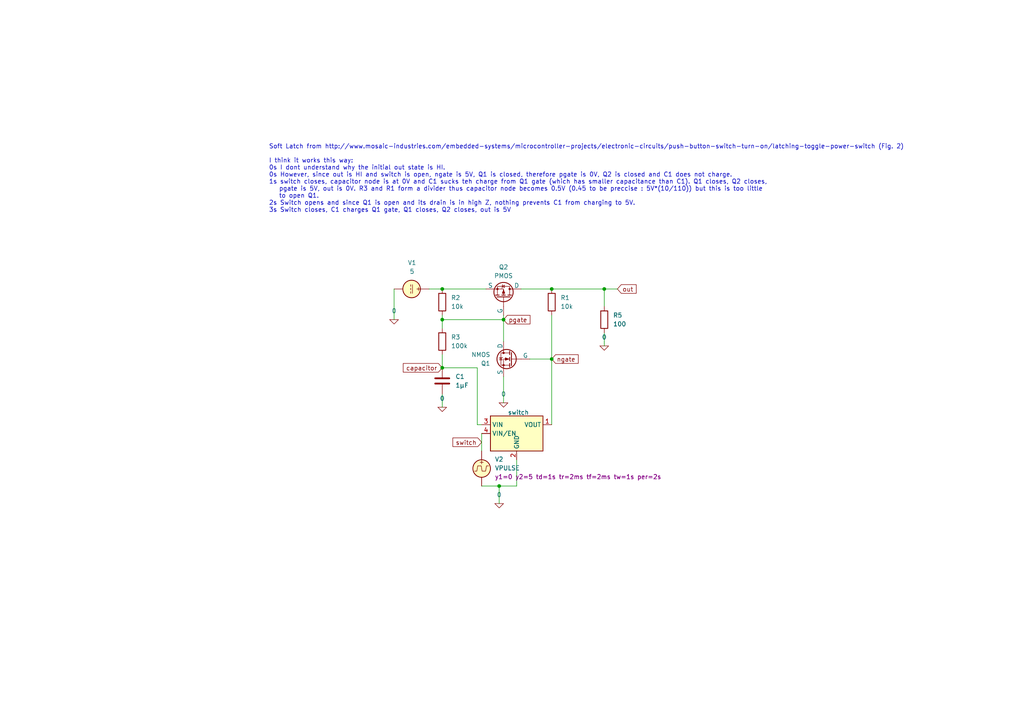
<source format=kicad_sch>
(kicad_sch (version 20230819) (generator eeschema)
  (paper "A4")
  (lib_symbols
    (symbol "Device:C" (pin_numbers hide) (pin_names (offset 0.254))
      (property "Reference" "C" (at 0.635 2.54 0))
      (property "Value" "C" (at 0.635 -2.54 0))
      (symbol "C_0_1"
        (polyline (pts (xy -2.032 -0.762) (xy 2.032 -0.762)) (stroke (width 0.508)))
        (polyline (pts (xy -2.032 0.762) (xy 2.032 0.762)) (stroke (width 0.508)))
      )
      (symbol "C_1_1"
        (pin passive line (at 0 3.81 270) (length 2.794) (name "~") (number "1"))
        (pin passive line (at 0 -3.81 90) (length 2.794) (name "~") (number "2"))
      )
    )
    (symbol "Device:R" (pin_numbers hide) (pin_names (offset 0))
      (property "Reference" "R" (at 2.032 0 90))
      (property "Value" "R" (at 0 0 90))
      (symbol "R_0_1"
        (rectangle (start -1.016 -2.54) (end 1.016 2.54) (stroke (width 0.254)))
      )
      (symbol "R_1_1"
        (pin passive line (at 0 3.81 270) (length 1.27) (name "~") (number "1"))
        (pin passive line (at 0 -3.81 90) (length 1.27) (name "~") (number "2"))
      )
    )
    (symbol "Power_Management:RT9701"
      (property "Reference" "U" (at 0 6.35 0))
      (property "Value" "RT9701" (at 5.08 -6.35 0))
      (symbol "RT9701_0_1"
        (rectangle (start -7.62 5.08) (end 7.62 -5.08) (stroke (width 0.254)) (fill (type background)))
      )
      (symbol "RT9701_1_1"
        (pin power_out line (at 10.16 2.54 180) (length 2.54) (name "VOUT") (number "1"))
        (pin power_in line (at 0 -7.62 90) (length 2.54) (name "GND") (number "2"))
        (pin power_in line (at -10.16 2.54 0) (length 2.54) (name "VIN") (number "3"))
        (pin input line (at -10.16 0 0) (length 2.54) (name "VIN/EN") (number "4"))
        (pin passive line (at 10.16 2.54 180) (length 2.54) hide (name "VOUT") (number "5"))
      )
    )
    (symbol "Simulation_SPICE:0" (power) (pin_names (offset 0))
      (property "Value" "0" (at 0 -1.778 0))
      (symbol "0_0_1"
        (polyline (pts (xy -1.27 0) (xy 0 -1.27) (xy 1.27 0) (xy -1.27 0)))
      )
      (symbol "0_1_1"
        (pin power_in line (at 0 0 0) (length 0) hide (name "0") (number "1"))
      )
    )
    (symbol "Simulation_SPICE:NMOS" (pin_numbers hide) (pin_names (offset 0))
      (property "Reference" "Q" (at 5.08 1.27 0))
      (property "Value" "NMOS" (at 5.08 -1.27 0))
      (symbol "NMOS_0_1"
        (polyline (pts (xy 0.254 0) (xy -2.54 0)))
        (polyline (pts (xy 0.254 1.905) (xy 0.254 -1.905)) (stroke (width 0.254)))
        (polyline (pts (xy 0.762 -1.27) (xy 0.762 -2.286)) (stroke (width 0.254)))
        (polyline (pts (xy 0.762 0.508) (xy 0.762 -0.508)) (stroke (width 0.254)))
        (polyline (pts (xy 0.762 2.286) (xy 0.762 1.27)) (stroke (width 0.254)))
        (polyline (pts (xy 2.54 2.54) (xy 2.54 1.778)))
        (polyline (pts (xy 2.54 -2.54) (xy 2.54 0) (xy 0.762 0)))
        (polyline (pts (xy 0.762 -1.778) (xy 3.302 -1.778) (xy 3.302 1.778) (xy 0.762 1.778)))
        (polyline (pts (xy 1.016 0) (xy 2.032 0.381) (xy 2.032 -0.381) (xy 1.016 0)) (fill (type outline)))
        (polyline (pts (xy 2.794 0.508) (xy 2.921 0.381) (xy 3.683 0.381) (xy 3.81 0.254)))
        (polyline (pts (xy 3.302 0.381) (xy 2.921 -0.254) (xy 3.683 -0.254) (xy 3.302 0.381)))
        (circle (center 1.651 0) (radius 2.794) (stroke (width 0.254)))
        (circle (center 2.54 -1.778) (radius 0.254) (fill (type outline)))
        (circle (center 2.54 1.778) (radius 0.254) (fill (type outline)))
      )
      (symbol "NMOS_1_1"
        (pin passive line (at 2.54 5.08 270) (length 2.54) (name "D") (number "1"))
        (pin input line (at -5.08 0 0) (length 2.54) (name "G") (number "2"))
        (pin passive line (at 2.54 -5.08 90) (length 2.54) (name "S") (number "3"))
      )
    )
    (symbol "Simulation_SPICE:PMOS" (pin_numbers hide) (pin_names (offset 0))
      (property "Reference" "Q" (at 5.08 1.27 0))
      (property "Value" "PMOS" (at 5.08 -1.27 0))
      (symbol "PMOS_0_1"
        (polyline (pts (xy 0.254 0) (xy -2.54 0)))
        (polyline (pts (xy 0.254 1.905) (xy 0.254 -1.905)) (stroke (width 0.254)))
        (polyline (pts (xy 0.762 -1.27) (xy 0.762 -2.286)) (stroke (width 0.254)))
        (polyline (pts (xy 0.762 0.508) (xy 0.762 -0.508)) (stroke (width 0.254)))
        (polyline (pts (xy 0.762 2.286) (xy 0.762 1.27)) (stroke (width 0.254)))
        (polyline (pts (xy 2.54 2.54) (xy 2.54 1.778)))
        (polyline (pts (xy 2.54 -2.54) (xy 2.54 0) (xy 0.762 0)))
        (polyline (pts (xy 0.762 1.778) (xy 3.302 1.778) (xy 3.302 -1.778) (xy 0.762 -1.778)))
        (polyline (pts (xy 2.286 0) (xy 1.27 0.381) (xy 1.27 -0.381) (xy 2.286 0)) (fill (type outline)))
        (polyline (pts (xy 2.794 -0.508) (xy 2.921 -0.381) (xy 3.683 -0.381) (xy 3.81 -0.254)))
        (polyline (pts (xy 3.302 -0.381) (xy 2.921 0.254) (xy 3.683 0.254) (xy 3.302 -0.381)))
        (circle (center 1.651 0) (radius 2.794) (stroke (width 0.254)))
        (circle (center 2.54 -1.778) (radius 0.254) (fill (type outline)))
        (circle (center 2.54 1.778) (radius 0.254) (fill (type outline)))
      )
      (symbol "PMOS_1_1"
        (pin passive line (at 2.54 5.08 270) (length 2.54) (name "D") (number "1"))
        (pin input line (at -5.08 0 0) (length 2.54) (name "G") (number "2"))
        (pin passive line (at 2.54 -5.08 90) (length 2.54) (name "S") (number "3"))
      )
    )
    (symbol "Simulation_SPICE:VDC" (pin_numbers hide) (pin_names (offset 0.0254))
      (property "Reference" "V" (at 2.54 2.54 0))
      (property "Value" "1" (at 2.54 0 0))
      (symbol "VDC_0_0"
        (polyline (pts (xy -1.27 0.254) (xy 1.27 0.254)))
        (polyline (pts (xy -0.762 -0.254) (xy -1.27 -0.254)))
        (polyline (pts (xy 0.254 -0.254) (xy -0.254 -0.254)))
        (polyline (pts (xy 1.27 -0.254) (xy 0.762 -0.254)))
        (text "+" (at 0 1.905 0) (effects (font (size 1.27 1.27))))
      )
      (symbol "VDC_0_1"
        (circle (center 0 0) (radius 2.54) (stroke (width 0.254)) (fill (type background)))
      )
      (symbol "VDC_1_1"
        (pin passive line (at 0 5.08 270) (length 2.54) (name "~") (number "1"))
        (pin passive line (at 0 -5.08 90) (length 2.54) (name "~") (number "2"))
      )
    )
    (symbol "Simulation_SPICE:VPULSE" (pin_numbers hide) (pin_names (offset 0.0254))
      (property "Reference" "V" (at 2.54 2.54 0))
      (property "Value" "VPULSE" (at 2.54 0 0))
      (property "Sim.Params" "y1=0 y2=1 td=2n tr=2n tf=2n tw=50n per=100n" (at 2.54 -2.54 0))
      (symbol "VPULSE_0_0"
        (polyline (pts (xy -2.032 -0.762) (xy -1.397 -0.762) (xy -1.143 0.762) (xy -0.127 0.762) (xy 0.127 -0.762) (xy 1.143 -0.762) (xy 1.397 0.762) (xy 2.032 0.762)))
        (text "+" (at 0 1.905 0) (effects (font (size 1.27 1.27))))
      )
      (symbol "VPULSE_0_1"
        (circle (center 0 0) (radius 2.54) (stroke (width 0.254)) (fill (type background)))
      )
      (symbol "VPULSE_1_1"
        (pin passive line (at 0 5.08 270) (length 2.54) (name "~") (number "1"))
        (pin passive line (at 0 -5.08 90) (length 2.54) (name "~") (number "2"))
      )
    )
  )
  (junction (at 128.27 92.71))
  (junction (at 144.78 140.97))
  (junction (at 160.02 104.14))
  (junction (at 146.05 92.71))
  (junction (at 175.26 83.82))
  (junction (at 160.02 83.82))
  (junction (at 128.27 106.68))
  (junction (at 128.27 83.82))
  (wire (pts (xy 128.27 92.71) (xy 146.05 92.71)))
  (wire (pts (xy 114.3 83.82) (xy 114.3 92.71)))
  (wire (pts (xy 138.43 123.19) (xy 139.7 123.19)))
  (wire (pts (xy 144.78 146.05) (xy 144.78 140.97)))
  (wire (pts (xy 160.02 83.82) (xy 175.26 83.82)))
  (wire (pts (xy 175.26 83.82) (xy 179.07 83.82)))
  (wire (pts (xy 139.7 140.97) (xy 144.78 140.97)))
  (wire (pts (xy 175.26 88.9) (xy 175.26 83.82)))
  (wire (pts (xy 175.26 100.33) (xy 175.26 96.52)))
  (wire (pts (xy 128.27 83.82) (xy 140.97 83.82)))
  (wire (pts (xy 138.43 106.68) (xy 138.43 123.19)))
  (wire (pts (xy 146.05 91.44) (xy 146.05 92.71)))
  (wire (pts (xy 128.27 106.68) (xy 138.43 106.68)))
  (wire (pts (xy 146.05 92.71) (xy 146.05 99.06)))
  (wire (pts (xy 160.02 104.14) (xy 160.02 123.19)))
  (wire (pts (xy 146.05 116.84) (xy 146.05 109.22)))
  (wire (pts (xy 160.02 91.44) (xy 160.02 104.14)))
  (wire (pts (xy 153.67 104.14) (xy 160.02 104.14)))
  (wire (pts (xy 151.13 83.82) (xy 160.02 83.82)))
  (wire (pts (xy 128.27 118.11) (xy 128.27 114.3)))
  (wire (pts (xy 128.27 92.71) (xy 128.27 91.44)))
  (wire (pts (xy 149.86 140.97) (xy 149.86 133.35)))
  (wire (pts (xy 144.78 140.97) (xy 149.86 140.97)))
  (wire (pts (xy 128.27 95.25) (xy 128.27 92.71)))
  (wire (pts (xy 124.46 83.82) (xy 128.27 83.82)))
  (wire (pts (xy 128.27 102.87) (xy 128.27 106.68)))
  (wire (pts (xy 139.7 130.81) (xy 139.7 125.73)))
  (text "Soft Latch from http://www.mosaic-industries.com/embedded-systems/microcontroller-projects/electronic-circuits/push-button-switch-turn-on/latching-toggle-power-switch (Fig. 2)\n\nI think it works this way: \n0s I dont understand why the initial out state is HI. \n0s However, since out is HI and switch is open, ngate is 5V, Q1 is closed, therefore pgate is 0V, Q2 is closed and C1 does not charge.\n1s switch closes, capacitor node is at 0V and C1 sucks teh charge from Q1 gate (which has smaller capacitance than C1). Q1 closes, Q2 closes, \n   pgate is 5V, out is 0V. R3 and R1 form a divider thus capacitor node becomes 0.5V (0.45 to be preccise : 5V*(10/110)) but this is too little\n   to open Q1.\n2s Switch opens and since Q1 is open and its drain is in high Z, nothing prevents C1 from charging to 5V.\n3s Switch closes, C1 charges Q1 gate, Q1 closes, Q2 closes, out is 5V" (at 77.978 51.816 0) (effects (font (size 1.27 1.27)) (justify left)))
  (global_label "pgate" (shape input) (at 146.05 92.71 0) (property "Intersheetrefs" "${INTERSHEET_REFS}" (effects hide)))
  (global_label "out" (shape input) (at 179.07 83.82 0) (property "Intersheetrefs" "${INTERSHEET_REFS}" (effects hide)))
  (global_label "ngate" (shape input) (at 160.02 104.14 0) (property "Intersheetrefs" "${INTERSHEET_REFS}" (effects hide)))
  (global_label "switch" (shape input) (at 139.7 128.27 180) (property "Intersheetrefs" "${INTERSHEET_REFS}" (effects hide)))
  (global_label "capacitor" (shape input) (at 128.27 106.68 180) (property "Intersheetrefs" "${INTERSHEET_REFS}" (effects hide)))
  (symbol (lib_id "Simulation_SPICE:NMOS") (at 148.59 104.14 0) (mirror y) (unit 1)
    (property "Reference" "Q1" (at 142.24 105.4101 0) (effects (justify left)))
    (property "Value" "NMOS" (at 142.24 102.8701 0) (effects (justify left)))
    (property "Datasheet" "https://ngspice.sourceforge.io/docs/ngspice-manual.pdf" (effects hide))
    (property "Description" "N-MOSFET transistor, drain/source/gate" (effects hide))
    (property "Sim.Device" "NMOS" (effects hide))
    (property "Sim.Type" "VDMOS" (effects hide))
    (property "Sim.Pins" "1=D 2=G 3=S" (effects hide))
  )
  (symbol (lib_id "Device:R") (at 175.26 92.71 0) (unit 1)
    (property "Reference" "R5" (at 177.8 91.4399 0) (effects (justify left)))
    (property "Value" "100" (at 177.8 93.9799 0) (effects (justify left)))
    (property "Description" "Resistor" (effects hide))
  )
  (symbol (lib_id "Simulation_SPICE:0") (at 114.3 92.71 0) (unit 1)
    (property "Reference" "#GND01" (effects hide))
    (property "Value" "0" (at 114.3 90.17 0))
    (property "Description" "0V reference potential for simulation" (effects hide))
  )
  (symbol (lib_id "Device:R") (at 160.02 87.63 0) (unit 1)
    (property "Reference" "R1" (at 162.56 86.3599 0) (effects (justify left)))
    (property "Value" "10k" (at 162.56 88.8999 0) (effects (justify left)))
    (property "Description" "Resistor" (effects hide))
  )
  (symbol (lib_id "Device:R") (at 128.27 99.06 0) (unit 1)
    (property "Reference" "R3" (at 130.81 97.7899 0) (effects (justify left)))
    (property "Value" "100k" (at 130.81 100.3299 0) (effects (justify left)))
    (property "Description" "Resistor" (effects hide))
  )
  (symbol (lib_id "Simulation_SPICE:0") (at 175.26 100.33 0) (unit 1)
    (property "Reference" "#GND05" (effects hide))
    (property "Value" "0" (at 175.26 97.79 0))
    (property "Description" "0V reference potential for simulation" (effects hide))
  )
  (symbol (lib_id "Simulation_SPICE:0") (at 128.27 118.11 0) (unit 1)
    (property "Reference" "#GND03" (effects hide))
    (property "Value" "0" (at 128.27 115.57 0))
    (property "Description" "0V reference potential for simulation" (effects hide))
  )
  (symbol (lib_id "Simulation_SPICE:VDC") (at 119.38 83.82 270) (unit 1)
    (property "Reference" "V1" (at 119.5098 76.2 90))
    (property "Value" "5" (at 119.5098 78.74 90))
    (property "Description" "Voltage source, DC" (effects hide))
    (property "Sim.Pins" "1=+ 2=-" (effects hide))
    (property "Sim.Type" "DC" (effects hide))
    (property "Sim.Device" "V" (effects hide))
  )
  (symbol (lib_id "Simulation_SPICE:0") (at 144.78 146.05 0) (unit 1)
    (property "Reference" "#GND04" (effects hide))
    (property "Value" "0" (at 144.78 143.51 0))
    (property "Description" "0V reference potential for simulation" (effects hide))
  )
  (symbol (lib_id "Simulation_SPICE:0") (at 146.05 116.84 0) (unit 1)
    (property "Reference" "#GND02" (effects hide))
    (property "Value" "0" (at 146.05 114.3 0))
    (property "Description" "0V reference potential for simulation" (effects hide))
  )
  (symbol (lib_id "Power_Management:RT9701") (at 149.86 125.73 0) (unit 1)
    (property "Reference" "U1" (effects hide))
    (property "Value" "switch" (at 150.368 119.634 0))
    (property "Sim.Device" "SW" (effects hide))
    (property "Sim.Type" "V" (effects hide))
    (property "Sim.Pins" "1=no- 2=ctrl- 3=no+ 4=ctrl+" (effects hide))
    (property "Sim.Params" "thr=1 his=0 ron=1 roff=1e+12 ic=off" (effects hide))
  )
  (symbol (lib_id "Device:C") (at 128.27 110.49 0) (unit 1)
    (property "Reference" "C1" (at 132.08 109.2199 0) (effects (justify left)))
    (property "Value" "1µF" (at 132.08 111.7599 0) (effects (justify left)))
    (property "Description" "Unpolarized capacitor" (effects hide))
  )
  (symbol (lib_id "Device:R") (at 128.27 87.63 0) (unit 1)
    (property "Reference" "R2" (at 130.81 86.3599 0) (effects (justify left)))
    (property "Value" "10k" (at 130.81 88.8999 0) (effects (justify left)))
    (property "Description" "Resistor" (effects hide))
  )
  (symbol (lib_id "Simulation_SPICE:VPULSE") (at 139.7 135.89 0) (unit 1)
    (property "Reference" "V2" (at 143.51 133.2201 0) (effects (justify left)))
    (property "Value" "VPULSE" (at 143.51 135.7601 0) (effects (justify left)))
    (property "Description" "Voltage source, pulse" (effects hide))
    (property "Sim.Pins" "1=+ 2=-" (effects hide))
    (property "Sim.Type" "PULSE" (effects hide))
    (property "Sim.Device" "V" (effects hide))
    (property "Sim.Params" "y1=0 y2=5 td=1s tr=2ms tf=2ms tw=1s per=2s" (at 143.51 138.3001 0) (effects (justify left)))
  )
  (symbol (lib_id "Simulation_SPICE:PMOS") (at 146.05 86.36 270) (mirror x) (unit 1)
    (property "Reference" "Q2" (at 146.05 77.47 90))
    (property "Value" "PMOS" (at 146.05 80.01 90))
    (property "Datasheet" "https://ngspice.sourceforge.io/docs/ngspice-manual.pdf" (effects hide))
    (property "Description" "P-MOSFET transistor, drain/source/gate" (effects hide))
    (property "Sim.Device" "PMOS" (effects hide))
    (property "Sim.Type" "VDMOS" (effects hide))
    (property "Sim.Pins" "1=D 2=G 3=S" (effects hide))
  )
)
</source>
